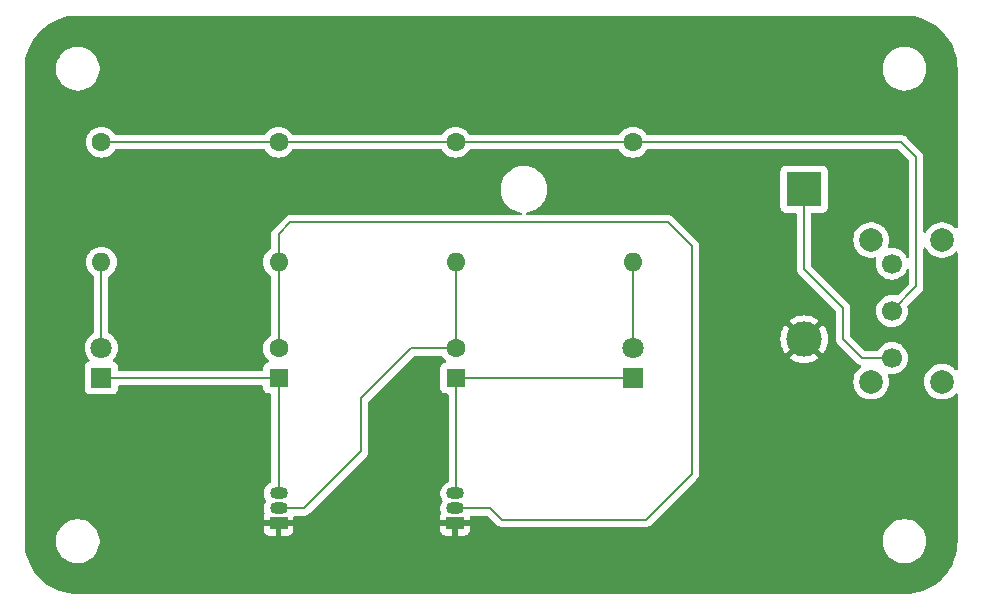
<source format=gtl>
%TF.GenerationSoftware,KiCad,Pcbnew,8.0.0*%
%TF.CreationDate,2024-07-24T00:08:36-04:00*%
%TF.ProjectId,led_blinky,6c65645f-626c-4696-9e6b-792e6b696361,rev?*%
%TF.SameCoordinates,Original*%
%TF.FileFunction,Copper,L1,Top*%
%TF.FilePolarity,Positive*%
%FSLAX46Y46*%
G04 Gerber Fmt 4.6, Leading zero omitted, Abs format (unit mm)*
G04 Created by KiCad (PCBNEW 8.0.0) date 2024-07-24 00:08:36*
%MOMM*%
%LPD*%
G01*
G04 APERTURE LIST*
%TA.AperFunction,ComponentPad*%
%ADD10C,1.700000*%
%TD*%
%TA.AperFunction,ComponentPad*%
%ADD11C,2.000000*%
%TD*%
%TA.AperFunction,ComponentPad*%
%ADD12R,1.500000X1.050000*%
%TD*%
%TA.AperFunction,ComponentPad*%
%ADD13O,1.500000X1.050000*%
%TD*%
%TA.AperFunction,ComponentPad*%
%ADD14C,1.800000*%
%TD*%
%TA.AperFunction,ComponentPad*%
%ADD15R,1.800000X1.800000*%
%TD*%
%TA.AperFunction,ComponentPad*%
%ADD16R,1.600000X1.600000*%
%TD*%
%TA.AperFunction,ComponentPad*%
%ADD17C,1.600000*%
%TD*%
%TA.AperFunction,ComponentPad*%
%ADD18O,1.600000X1.600000*%
%TD*%
%TA.AperFunction,ComponentPad*%
%ADD19C,3.000000*%
%TD*%
%TA.AperFunction,ComponentPad*%
%ADD20R,3.000000X3.000000*%
%TD*%
%TA.AperFunction,Conductor*%
%ADD21C,0.200000*%
%TD*%
G04 APERTURE END LIST*
D10*
%TO.P,SW1,3,C*%
%TO.N,unconnected-(SW1-C-Pad3)*%
X223925000Y-71500000D03*
%TO.P,SW1,2,B*%
%TO.N,VCC*%
X223925000Y-75500000D03*
%TO.P,SW1,1,A*%
%TO.N,Net-(BT1-+)*%
X223925000Y-79500000D03*
D11*
%TO.P,SW1,*%
%TO.N,*%
X228175000Y-69500000D03*
X222175000Y-69500000D03*
X228175000Y-81500000D03*
X222175000Y-81500000D03*
%TD*%
D12*
%TO.P,Q1,1,E*%
%TO.N,GND*%
X186950000Y-93500000D03*
D13*
%TO.P,Q1,2,B*%
%TO.N,Net-(Q1-B)*%
X186950000Y-92230000D03*
%TO.P,Q1,3,C*%
%TO.N,Net-(D1-K)*%
X186950000Y-90960000D03*
%TD*%
D12*
%TO.P,Q2,1,E*%
%TO.N,GND*%
X172000000Y-93500000D03*
D13*
%TO.P,Q2,2,B*%
%TO.N,Net-(Q2-B)*%
X172000000Y-92230000D03*
%TO.P,Q2,3,C*%
%TO.N,Net-(D2-K)*%
X172000000Y-90960000D03*
%TD*%
D14*
%TO.P,D1,2,A*%
%TO.N,Net-(D1-A)*%
X202000000Y-78635000D03*
D15*
%TO.P,D1,1,K*%
%TO.N,Net-(D1-K)*%
X202000000Y-81175000D03*
%TD*%
D16*
%TO.P,C2,1*%
%TO.N,Net-(D2-K)*%
X172000000Y-81182380D03*
D17*
%TO.P,C2,2*%
%TO.N,Net-(Q1-B)*%
X172000000Y-78682380D03*
%TD*%
D18*
%TO.P,R2,2*%
%TO.N,Net-(Q2-B)*%
X187000000Y-71380000D03*
D17*
%TO.P,R2,1*%
%TO.N,VCC*%
X187000000Y-61220000D03*
%TD*%
D15*
%TO.P,D2,1,K*%
%TO.N,Net-(D2-K)*%
X157000000Y-81175000D03*
D14*
%TO.P,D2,2,A*%
%TO.N,Net-(D2-A)*%
X157000000Y-78635000D03*
%TD*%
D18*
%TO.P,R1,2*%
%TO.N,Net-(D1-A)*%
X202000000Y-71380000D03*
D17*
%TO.P,R1,1*%
%TO.N,VCC*%
X202000000Y-61220000D03*
%TD*%
D18*
%TO.P,R4,2*%
%TO.N,Net-(D2-A)*%
X157000000Y-71380000D03*
D17*
%TO.P,R4,1*%
%TO.N,VCC*%
X157000000Y-61220000D03*
%TD*%
D16*
%TO.P,C1,1*%
%TO.N,Net-(D1-K)*%
X187000000Y-81182379D03*
D17*
%TO.P,C1,2*%
%TO.N,Net-(Q2-B)*%
X187000000Y-78682379D03*
%TD*%
%TO.P,R3,1*%
%TO.N,VCC*%
X172000000Y-61220000D03*
D18*
%TO.P,R3,2*%
%TO.N,Net-(Q1-B)*%
X172000000Y-71380000D03*
%TD*%
D19*
%TO.P,BT1,2,-*%
%TO.N,GND*%
X216500000Y-77900000D03*
D20*
%TO.P,BT1,1,+*%
%TO.N,Net-(BT1-+)*%
X216500000Y-65200000D03*
%TD*%
D21*
%TO.N,Net-(BT1-+)*%
X216500000Y-65200000D02*
X216500000Y-72000000D01*
X216500000Y-72000000D02*
X219800000Y-75300000D01*
X219800000Y-77900000D02*
X221400000Y-79500000D01*
X219800000Y-75300000D02*
X219800000Y-77900000D01*
X221400000Y-79500000D02*
X223925000Y-79500000D01*
%TO.N,Net-(Q1-B)*%
X186950000Y-92230000D02*
X189930000Y-92230000D01*
X207000000Y-70000000D02*
X205000000Y-68000000D01*
X189930000Y-92230000D02*
X190900000Y-93200000D01*
X190900000Y-93200000D02*
X203100000Y-93200000D01*
X172000000Y-69000000D02*
X172000000Y-71380000D01*
X203100000Y-93200000D02*
X207000000Y-89300000D01*
X207000000Y-89300000D02*
X207000000Y-70000000D01*
X173000000Y-68000000D02*
X172000000Y-69000000D01*
X205000000Y-68000000D02*
X173000000Y-68000000D01*
%TO.N,Net-(Q2-B)*%
X172000000Y-92230000D02*
X174170000Y-92230000D01*
X174170000Y-92230000D02*
X179000000Y-87400000D01*
X179000000Y-87400000D02*
X179000000Y-82900000D01*
X179000000Y-82900000D02*
X183217621Y-78682379D01*
X183217621Y-78682379D02*
X187000000Y-78682379D01*
%TO.N,Net-(D1-K)*%
X187000000Y-81182379D02*
X187000000Y-90910000D01*
X187000000Y-90910000D02*
X186950000Y-90960000D01*
%TO.N,Net-(D2-K)*%
X172000000Y-81182380D02*
X172000000Y-90960000D01*
%TO.N,VCC*%
X226000000Y-73425000D02*
X226000000Y-62500000D01*
X226000000Y-62500000D02*
X224720000Y-61220000D01*
X223925000Y-75500000D02*
X226000000Y-73425000D01*
X224720000Y-61220000D02*
X202000000Y-61220000D01*
%TO.N,GND*%
X187000000Y-93360000D02*
X186950000Y-93410000D01*
%TO.N,Net-(D1-K)*%
X187000000Y-81182379D02*
X201992621Y-81182379D01*
X201992621Y-81182379D02*
X202000000Y-81175000D01*
%TO.N,Net-(D2-K)*%
X172000000Y-81182380D02*
X157007380Y-81182380D01*
X157007380Y-81182380D02*
X157000000Y-81175000D01*
%TO.N,Net-(D1-A)*%
X202000000Y-71380000D02*
X202000000Y-78635000D01*
%TO.N,Net-(Q2-B)*%
X187000000Y-71380000D02*
X187000000Y-78682379D01*
%TO.N,Net-(Q1-B)*%
X172000000Y-71380000D02*
X172000000Y-78682380D01*
%TO.N,Net-(D2-A)*%
X157000000Y-71380000D02*
X157000000Y-78635000D01*
%TO.N,VCC*%
X202000000Y-61220000D02*
X187000000Y-61220000D01*
X172000000Y-61220000D02*
X187000000Y-61220000D01*
X157000000Y-61220000D02*
X172000000Y-61220000D01*
%TD*%
%TA.AperFunction,Conductor*%
%TO.N,GND*%
G36*
X225002702Y-50500617D02*
G01*
X225386771Y-50517386D01*
X225397506Y-50518326D01*
X225775971Y-50568152D01*
X225786597Y-50570025D01*
X226159284Y-50652648D01*
X226169710Y-50655442D01*
X226533765Y-50770227D01*
X226543911Y-50773920D01*
X226896578Y-50920000D01*
X226906369Y-50924566D01*
X227244942Y-51100816D01*
X227254310Y-51106224D01*
X227576244Y-51311318D01*
X227585105Y-51317523D01*
X227887930Y-51549889D01*
X227896217Y-51556843D01*
X228177635Y-51814715D01*
X228185284Y-51822364D01*
X228443156Y-52103782D01*
X228450110Y-52112069D01*
X228682476Y-52414894D01*
X228688681Y-52423755D01*
X228893775Y-52745689D01*
X228899183Y-52755057D01*
X229075430Y-53093623D01*
X229080002Y-53103427D01*
X229226075Y-53456078D01*
X229229775Y-53466244D01*
X229344554Y-53830278D01*
X229347354Y-53840727D01*
X229429971Y-54213389D01*
X229431849Y-54224042D01*
X229481671Y-54602473D01*
X229482614Y-54613249D01*
X229499382Y-54997297D01*
X229499500Y-55002706D01*
X229499500Y-68405530D01*
X229479815Y-68472569D01*
X229427011Y-68518324D01*
X229357853Y-68528268D01*
X229294297Y-68499243D01*
X229284271Y-68489513D01*
X229194747Y-68392265D01*
X229194744Y-68392262D01*
X228998506Y-68239524D01*
X228779811Y-68121172D01*
X228779802Y-68121169D01*
X228544616Y-68040429D01*
X228299335Y-67999500D01*
X228050665Y-67999500D01*
X227805383Y-68040429D01*
X227570197Y-68121169D01*
X227570188Y-68121172D01*
X227351493Y-68239524D01*
X227155257Y-68392261D01*
X226986833Y-68575217D01*
X226850827Y-68783391D01*
X226838056Y-68812508D01*
X226793100Y-68865993D01*
X226726363Y-68886683D01*
X226659036Y-68868008D01*
X226612492Y-68815898D01*
X226600500Y-68762697D01*
X226600500Y-62420945D01*
X226600500Y-62420943D01*
X226559577Y-62268216D01*
X226531766Y-62220045D01*
X226480524Y-62131290D01*
X226480521Y-62131286D01*
X226480520Y-62131284D01*
X226368716Y-62019480D01*
X226368715Y-62019479D01*
X226364385Y-62015149D01*
X226364374Y-62015139D01*
X225207590Y-60858355D01*
X225207588Y-60858352D01*
X225088717Y-60739481D01*
X225088716Y-60739480D01*
X225001904Y-60689360D01*
X225001904Y-60689359D01*
X225001900Y-60689358D01*
X224951785Y-60660423D01*
X224799057Y-60619499D01*
X224640943Y-60619499D01*
X224633347Y-60619499D01*
X224633331Y-60619500D01*
X203231692Y-60619500D01*
X203164653Y-60599815D01*
X203130119Y-60566625D01*
X203000047Y-60380861D01*
X203000045Y-60380858D01*
X202839141Y-60219954D01*
X202652734Y-60089432D01*
X202652732Y-60089431D01*
X202446497Y-59993261D01*
X202446488Y-59993258D01*
X202226697Y-59934366D01*
X202226693Y-59934365D01*
X202226692Y-59934365D01*
X202226691Y-59934364D01*
X202226686Y-59934364D01*
X202000002Y-59914532D01*
X201999998Y-59914532D01*
X201773313Y-59934364D01*
X201773302Y-59934366D01*
X201553511Y-59993258D01*
X201553502Y-59993261D01*
X201347267Y-60089431D01*
X201347265Y-60089432D01*
X201160858Y-60219954D01*
X200999954Y-60380858D01*
X200923450Y-60490118D01*
X200869881Y-60566624D01*
X200815307Y-60610248D01*
X200768308Y-60619500D01*
X188231692Y-60619500D01*
X188164653Y-60599815D01*
X188130119Y-60566625D01*
X188000047Y-60380861D01*
X188000045Y-60380858D01*
X187839141Y-60219954D01*
X187652734Y-60089432D01*
X187652732Y-60089431D01*
X187446497Y-59993261D01*
X187446488Y-59993258D01*
X187226697Y-59934366D01*
X187226693Y-59934365D01*
X187226692Y-59934365D01*
X187226691Y-59934364D01*
X187226686Y-59934364D01*
X187000002Y-59914532D01*
X186999998Y-59914532D01*
X186773313Y-59934364D01*
X186773302Y-59934366D01*
X186553511Y-59993258D01*
X186553502Y-59993261D01*
X186347267Y-60089431D01*
X186347265Y-60089432D01*
X186160858Y-60219954D01*
X185999954Y-60380858D01*
X185923450Y-60490118D01*
X185869881Y-60566624D01*
X185815307Y-60610248D01*
X185768308Y-60619500D01*
X173231692Y-60619500D01*
X173164653Y-60599815D01*
X173130119Y-60566625D01*
X173000047Y-60380861D01*
X173000045Y-60380858D01*
X172839141Y-60219954D01*
X172652734Y-60089432D01*
X172652732Y-60089431D01*
X172446497Y-59993261D01*
X172446488Y-59993258D01*
X172226697Y-59934366D01*
X172226693Y-59934365D01*
X172226692Y-59934365D01*
X172226691Y-59934364D01*
X172226686Y-59934364D01*
X172000002Y-59914532D01*
X171999998Y-59914532D01*
X171773313Y-59934364D01*
X171773302Y-59934366D01*
X171553511Y-59993258D01*
X171553502Y-59993261D01*
X171347267Y-60089431D01*
X171347265Y-60089432D01*
X171160858Y-60219954D01*
X170999954Y-60380858D01*
X170923450Y-60490118D01*
X170869881Y-60566624D01*
X170815307Y-60610248D01*
X170768308Y-60619500D01*
X158231692Y-60619500D01*
X158164653Y-60599815D01*
X158130119Y-60566625D01*
X158000047Y-60380861D01*
X158000045Y-60380858D01*
X157839141Y-60219954D01*
X157652734Y-60089432D01*
X157652732Y-60089431D01*
X157446497Y-59993261D01*
X157446488Y-59993258D01*
X157226697Y-59934366D01*
X157226693Y-59934365D01*
X157226692Y-59934365D01*
X157226691Y-59934364D01*
X157226686Y-59934364D01*
X157000002Y-59914532D01*
X156999998Y-59914532D01*
X156773313Y-59934364D01*
X156773302Y-59934366D01*
X156553511Y-59993258D01*
X156553502Y-59993261D01*
X156347267Y-60089431D01*
X156347265Y-60089432D01*
X156160858Y-60219954D01*
X155999954Y-60380858D01*
X155869432Y-60567265D01*
X155869431Y-60567267D01*
X155773261Y-60773502D01*
X155773258Y-60773511D01*
X155714366Y-60993302D01*
X155714364Y-60993313D01*
X155694532Y-61219998D01*
X155694532Y-61220001D01*
X155714364Y-61446686D01*
X155714366Y-61446697D01*
X155773258Y-61666488D01*
X155773261Y-61666497D01*
X155869431Y-61872732D01*
X155869432Y-61872734D01*
X155999954Y-62059141D01*
X156160858Y-62220045D01*
X156160861Y-62220047D01*
X156347266Y-62350568D01*
X156553504Y-62446739D01*
X156773308Y-62505635D01*
X156935230Y-62519801D01*
X156999998Y-62525468D01*
X157000000Y-62525468D01*
X157000002Y-62525468D01*
X157056673Y-62520509D01*
X157226692Y-62505635D01*
X157446496Y-62446739D01*
X157652734Y-62350568D01*
X157839139Y-62220047D01*
X158000047Y-62059139D01*
X158130118Y-61873375D01*
X158184693Y-61829752D01*
X158231692Y-61820500D01*
X170768308Y-61820500D01*
X170835347Y-61840185D01*
X170869880Y-61873374D01*
X170955480Y-61995624D01*
X170999954Y-62059141D01*
X171160858Y-62220045D01*
X171160861Y-62220047D01*
X171347266Y-62350568D01*
X171553504Y-62446739D01*
X171773308Y-62505635D01*
X171935230Y-62519801D01*
X171999998Y-62525468D01*
X172000000Y-62525468D01*
X172000002Y-62525468D01*
X172056673Y-62520509D01*
X172226692Y-62505635D01*
X172446496Y-62446739D01*
X172652734Y-62350568D01*
X172839139Y-62220047D01*
X173000047Y-62059139D01*
X173130118Y-61873375D01*
X173184693Y-61829752D01*
X173231692Y-61820500D01*
X185768308Y-61820500D01*
X185835347Y-61840185D01*
X185869880Y-61873374D01*
X185955480Y-61995624D01*
X185999954Y-62059141D01*
X186160858Y-62220045D01*
X186160861Y-62220047D01*
X186347266Y-62350568D01*
X186553504Y-62446739D01*
X186773308Y-62505635D01*
X186935230Y-62519801D01*
X186999998Y-62525468D01*
X187000000Y-62525468D01*
X187000002Y-62525468D01*
X187056673Y-62520509D01*
X187226692Y-62505635D01*
X187446496Y-62446739D01*
X187652734Y-62350568D01*
X187839139Y-62220047D01*
X188000047Y-62059139D01*
X188130118Y-61873375D01*
X188184693Y-61829752D01*
X188231692Y-61820500D01*
X200768308Y-61820500D01*
X200835347Y-61840185D01*
X200869880Y-61873374D01*
X200955480Y-61995624D01*
X200999954Y-62059141D01*
X201160858Y-62220045D01*
X201160861Y-62220047D01*
X201347266Y-62350568D01*
X201553504Y-62446739D01*
X201773308Y-62505635D01*
X201935230Y-62519801D01*
X201999998Y-62525468D01*
X202000000Y-62525468D01*
X202000002Y-62525468D01*
X202056673Y-62520509D01*
X202226692Y-62505635D01*
X202446496Y-62446739D01*
X202652734Y-62350568D01*
X202839139Y-62220047D01*
X203000047Y-62059139D01*
X203130118Y-61873375D01*
X203184693Y-61829752D01*
X203231692Y-61820500D01*
X224419903Y-61820500D01*
X224486942Y-61840185D01*
X224507584Y-61856819D01*
X225363181Y-62712416D01*
X225396666Y-62773739D01*
X225399500Y-62800097D01*
X225399500Y-70907191D01*
X225379815Y-70974230D01*
X225327011Y-71019985D01*
X225257853Y-71029929D01*
X225194297Y-71000904D01*
X225163118Y-70959596D01*
X225099035Y-70822171D01*
X225099034Y-70822169D01*
X224963494Y-70628597D01*
X224796402Y-70461506D01*
X224796395Y-70461501D01*
X224602834Y-70325967D01*
X224602830Y-70325965D01*
X224490831Y-70273739D01*
X224388663Y-70226097D01*
X224388659Y-70226096D01*
X224388655Y-70226094D01*
X224160413Y-70164938D01*
X224160403Y-70164936D01*
X223925001Y-70144341D01*
X223924999Y-70144341D01*
X223723537Y-70161967D01*
X223655037Y-70148200D01*
X223604853Y-70099585D01*
X223588920Y-70031557D01*
X223597915Y-69993906D01*
X223597399Y-69993729D01*
X223599062Y-69988885D01*
X223654943Y-69768216D01*
X223660108Y-69747821D01*
X223662571Y-69718095D01*
X223680643Y-69500005D01*
X223680643Y-69499994D01*
X223660109Y-69252187D01*
X223660107Y-69252175D01*
X223599063Y-69011118D01*
X223499173Y-68783393D01*
X223363166Y-68575217D01*
X223311856Y-68519480D01*
X223194744Y-68392262D01*
X222998509Y-68239526D01*
X222998507Y-68239525D01*
X222998506Y-68239524D01*
X222779811Y-68121172D01*
X222779802Y-68121169D01*
X222544616Y-68040429D01*
X222299335Y-67999500D01*
X222050665Y-67999500D01*
X221805383Y-68040429D01*
X221570197Y-68121169D01*
X221570188Y-68121172D01*
X221351493Y-68239524D01*
X221155257Y-68392261D01*
X220986833Y-68575217D01*
X220850826Y-68783393D01*
X220750936Y-69011118D01*
X220689892Y-69252175D01*
X220689890Y-69252187D01*
X220669357Y-69499994D01*
X220669357Y-69500005D01*
X220689890Y-69747812D01*
X220689892Y-69747824D01*
X220750936Y-69988881D01*
X220850826Y-70216606D01*
X220986833Y-70424782D01*
X220986836Y-70424785D01*
X221155256Y-70607738D01*
X221351491Y-70760474D01*
X221570190Y-70878828D01*
X221805386Y-70959571D01*
X222050665Y-71000500D01*
X222299334Y-71000500D01*
X222299335Y-71000500D01*
X222487560Y-70969091D01*
X222556923Y-70977473D01*
X222610746Y-71022026D01*
X222631936Y-71088604D01*
X222627743Y-71123492D01*
X222589939Y-71264583D01*
X222589936Y-71264596D01*
X222569341Y-71499999D01*
X222569341Y-71500000D01*
X222589936Y-71735403D01*
X222589938Y-71735413D01*
X222651094Y-71963655D01*
X222651096Y-71963659D01*
X222651097Y-71963663D01*
X222750965Y-72177830D01*
X222750967Y-72177834D01*
X222793309Y-72238304D01*
X222886505Y-72371401D01*
X223053599Y-72538495D01*
X223062394Y-72544653D01*
X223247165Y-72674032D01*
X223247167Y-72674033D01*
X223247170Y-72674035D01*
X223461337Y-72773903D01*
X223689592Y-72835063D01*
X223877918Y-72851539D01*
X223924999Y-72855659D01*
X223925000Y-72855659D01*
X223925001Y-72855659D01*
X223964234Y-72852226D01*
X224160408Y-72835063D01*
X224388663Y-72773903D01*
X224602830Y-72674035D01*
X224796401Y-72538495D01*
X224963495Y-72371401D01*
X225099035Y-72177830D01*
X225163118Y-72040401D01*
X225209290Y-71987964D01*
X225276484Y-71968812D01*
X225343365Y-71989028D01*
X225388699Y-72042193D01*
X225399500Y-72092808D01*
X225399500Y-73124902D01*
X225379815Y-73191941D01*
X225363181Y-73212583D01*
X224408530Y-74167233D01*
X224347207Y-74200718D01*
X224288756Y-74199327D01*
X224160413Y-74164938D01*
X224160403Y-74164936D01*
X223925001Y-74144341D01*
X223924999Y-74144341D01*
X223689596Y-74164936D01*
X223689586Y-74164938D01*
X223461344Y-74226094D01*
X223461335Y-74226098D01*
X223247171Y-74325964D01*
X223247169Y-74325965D01*
X223053597Y-74461505D01*
X222886505Y-74628597D01*
X222750965Y-74822169D01*
X222750964Y-74822171D01*
X222651098Y-75036335D01*
X222651094Y-75036344D01*
X222589938Y-75264586D01*
X222589936Y-75264596D01*
X222569341Y-75499999D01*
X222569341Y-75500000D01*
X222589936Y-75735403D01*
X222589938Y-75735413D01*
X222651094Y-75963655D01*
X222651096Y-75963659D01*
X222651097Y-75963663D01*
X222656901Y-75976109D01*
X222750965Y-76177830D01*
X222750967Y-76177834D01*
X222850431Y-76319882D01*
X222886505Y-76371401D01*
X223053599Y-76538495D01*
X223150384Y-76606265D01*
X223247165Y-76674032D01*
X223247167Y-76674033D01*
X223247170Y-76674035D01*
X223461337Y-76773903D01*
X223689592Y-76835063D01*
X223877918Y-76851539D01*
X223924999Y-76855659D01*
X223925000Y-76855659D01*
X223925001Y-76855659D01*
X223964234Y-76852226D01*
X224160408Y-76835063D01*
X224388663Y-76773903D01*
X224602830Y-76674035D01*
X224796401Y-76538495D01*
X224963495Y-76371401D01*
X225099035Y-76177830D01*
X225198903Y-75963663D01*
X225260063Y-75735408D01*
X225280659Y-75500000D01*
X225260063Y-75264592D01*
X225225671Y-75136239D01*
X225227334Y-75066393D01*
X225257763Y-75016470D01*
X226368713Y-73905521D01*
X226368716Y-73905520D01*
X226480520Y-73793716D01*
X226530639Y-73706904D01*
X226559577Y-73656785D01*
X226600500Y-73504057D01*
X226600500Y-73345943D01*
X226600500Y-70237302D01*
X226620185Y-70170263D01*
X226672989Y-70124508D01*
X226742147Y-70114564D01*
X226805703Y-70143589D01*
X226838056Y-70187493D01*
X226850825Y-70216604D01*
X226986833Y-70424782D01*
X226986836Y-70424785D01*
X227155256Y-70607738D01*
X227351491Y-70760474D01*
X227570190Y-70878828D01*
X227805386Y-70959571D01*
X228050665Y-71000500D01*
X228299335Y-71000500D01*
X228544614Y-70959571D01*
X228779810Y-70878828D01*
X228998509Y-70760474D01*
X229194744Y-70607738D01*
X229284271Y-70510485D01*
X229344157Y-70474496D01*
X229413995Y-70476596D01*
X229471611Y-70516120D01*
X229498713Y-70580519D01*
X229499500Y-70594469D01*
X229499500Y-80405530D01*
X229479815Y-80472569D01*
X229427011Y-80518324D01*
X229357853Y-80528268D01*
X229294297Y-80499243D01*
X229284271Y-80489513D01*
X229194747Y-80392265D01*
X229194744Y-80392262D01*
X229070171Y-80295303D01*
X228998509Y-80239526D01*
X228998507Y-80239525D01*
X228998506Y-80239524D01*
X228779811Y-80121172D01*
X228779802Y-80121169D01*
X228544616Y-80040429D01*
X228299335Y-79999500D01*
X228050665Y-79999500D01*
X227805383Y-80040429D01*
X227570197Y-80121169D01*
X227570188Y-80121172D01*
X227351493Y-80239524D01*
X227155257Y-80392261D01*
X226986833Y-80575217D01*
X226850826Y-80783393D01*
X226750936Y-81011118D01*
X226689892Y-81252175D01*
X226689890Y-81252187D01*
X226669357Y-81499994D01*
X226669357Y-81500005D01*
X226689890Y-81747812D01*
X226689892Y-81747824D01*
X226750936Y-81988881D01*
X226850826Y-82216606D01*
X226986833Y-82424782D01*
X226993980Y-82432546D01*
X227155256Y-82607738D01*
X227351491Y-82760474D01*
X227570190Y-82878828D01*
X227805386Y-82959571D01*
X228050665Y-83000500D01*
X228299335Y-83000500D01*
X228544614Y-82959571D01*
X228779810Y-82878828D01*
X228998509Y-82760474D01*
X229194744Y-82607738D01*
X229284271Y-82510485D01*
X229344157Y-82474496D01*
X229413995Y-82476596D01*
X229471611Y-82516120D01*
X229498713Y-82580519D01*
X229499500Y-82594469D01*
X229499500Y-94997293D01*
X229499382Y-95002702D01*
X229482614Y-95386750D01*
X229481671Y-95397526D01*
X229431849Y-95775957D01*
X229429971Y-95786610D01*
X229347354Y-96159272D01*
X229344554Y-96169721D01*
X229229775Y-96533755D01*
X229226075Y-96543921D01*
X229080002Y-96896572D01*
X229075430Y-96906376D01*
X228899183Y-97244942D01*
X228893775Y-97254310D01*
X228688681Y-97576244D01*
X228682476Y-97585105D01*
X228450110Y-97887930D01*
X228443156Y-97896217D01*
X228185284Y-98177635D01*
X228177635Y-98185284D01*
X227896217Y-98443156D01*
X227887930Y-98450110D01*
X227585105Y-98682476D01*
X227576244Y-98688681D01*
X227254310Y-98893775D01*
X227244942Y-98899183D01*
X226906376Y-99075430D01*
X226896572Y-99080002D01*
X226543921Y-99226075D01*
X226533755Y-99229775D01*
X226169721Y-99344554D01*
X226159272Y-99347354D01*
X225786610Y-99429971D01*
X225775957Y-99431849D01*
X225397526Y-99481671D01*
X225386750Y-99482614D01*
X225002703Y-99499382D01*
X224997294Y-99499500D01*
X155002706Y-99499500D01*
X154997297Y-99499382D01*
X154613249Y-99482614D01*
X154602473Y-99481671D01*
X154224042Y-99431849D01*
X154213389Y-99429971D01*
X153840727Y-99347354D01*
X153830278Y-99344554D01*
X153466244Y-99229775D01*
X153456078Y-99226075D01*
X153103427Y-99080002D01*
X153093623Y-99075430D01*
X152755057Y-98899183D01*
X152745689Y-98893775D01*
X152423755Y-98688681D01*
X152414894Y-98682476D01*
X152112069Y-98450110D01*
X152103782Y-98443156D01*
X151822364Y-98185284D01*
X151814715Y-98177635D01*
X151556843Y-97896217D01*
X151549889Y-97887930D01*
X151317523Y-97585105D01*
X151311318Y-97576244D01*
X151106224Y-97254310D01*
X151100816Y-97244942D01*
X150924569Y-96906376D01*
X150919997Y-96896572D01*
X150773920Y-96543911D01*
X150770224Y-96533755D01*
X150655442Y-96169710D01*
X150652648Y-96159284D01*
X150570025Y-95786597D01*
X150568152Y-95775971D01*
X150518326Y-95397506D01*
X150517386Y-95386771D01*
X150505795Y-95121288D01*
X153149500Y-95121288D01*
X153181161Y-95361785D01*
X153243947Y-95596104D01*
X153336773Y-95820205D01*
X153336776Y-95820212D01*
X153458064Y-96030289D01*
X153458066Y-96030292D01*
X153458067Y-96030293D01*
X153605733Y-96222736D01*
X153605739Y-96222743D01*
X153777256Y-96394260D01*
X153777262Y-96394265D01*
X153969711Y-96541936D01*
X154179788Y-96663224D01*
X154403900Y-96756054D01*
X154638211Y-96818838D01*
X154818586Y-96842584D01*
X154878711Y-96850500D01*
X154878712Y-96850500D01*
X155121289Y-96850500D01*
X155169388Y-96844167D01*
X155361789Y-96818838D01*
X155596100Y-96756054D01*
X155820212Y-96663224D01*
X156030289Y-96541936D01*
X156222738Y-96394265D01*
X156394265Y-96222738D01*
X156541936Y-96030289D01*
X156663224Y-95820212D01*
X156756054Y-95596100D01*
X156818838Y-95361789D01*
X156850500Y-95121288D01*
X223149500Y-95121288D01*
X223181161Y-95361785D01*
X223243947Y-95596104D01*
X223336773Y-95820205D01*
X223336776Y-95820212D01*
X223458064Y-96030289D01*
X223458066Y-96030292D01*
X223458067Y-96030293D01*
X223605733Y-96222736D01*
X223605739Y-96222743D01*
X223777256Y-96394260D01*
X223777262Y-96394265D01*
X223969711Y-96541936D01*
X224179788Y-96663224D01*
X224403900Y-96756054D01*
X224638211Y-96818838D01*
X224818586Y-96842584D01*
X224878711Y-96850500D01*
X224878712Y-96850500D01*
X225121289Y-96850500D01*
X225169388Y-96844167D01*
X225361789Y-96818838D01*
X225596100Y-96756054D01*
X225820212Y-96663224D01*
X226030289Y-96541936D01*
X226222738Y-96394265D01*
X226394265Y-96222738D01*
X226541936Y-96030289D01*
X226663224Y-95820212D01*
X226756054Y-95596100D01*
X226818838Y-95361789D01*
X226850500Y-95121288D01*
X226850500Y-94878712D01*
X226818838Y-94638211D01*
X226756054Y-94403900D01*
X226663224Y-94179788D01*
X226541936Y-93969711D01*
X226412096Y-93800500D01*
X226394266Y-93777263D01*
X226394260Y-93777256D01*
X226222743Y-93605739D01*
X226222736Y-93605733D01*
X226030293Y-93458067D01*
X226030292Y-93458066D01*
X226030289Y-93458064D01*
X225820212Y-93336776D01*
X225820205Y-93336773D01*
X225596104Y-93243947D01*
X225361785Y-93181161D01*
X225121289Y-93149500D01*
X225121288Y-93149500D01*
X224878712Y-93149500D01*
X224878711Y-93149500D01*
X224638214Y-93181161D01*
X224403895Y-93243947D01*
X224179794Y-93336773D01*
X224179785Y-93336777D01*
X223969706Y-93458067D01*
X223777263Y-93605733D01*
X223777256Y-93605739D01*
X223605739Y-93777256D01*
X223605733Y-93777263D01*
X223458067Y-93969706D01*
X223336777Y-94179785D01*
X223336773Y-94179794D01*
X223243947Y-94403895D01*
X223181161Y-94638214D01*
X223149500Y-94878711D01*
X223149500Y-95121288D01*
X156850500Y-95121288D01*
X156850500Y-94878712D01*
X156818838Y-94638211D01*
X156756054Y-94403900D01*
X156663224Y-94179788D01*
X156541936Y-93969711D01*
X156412096Y-93800500D01*
X156394266Y-93777263D01*
X156394260Y-93777256D01*
X156222743Y-93605739D01*
X156222736Y-93605733D01*
X156030293Y-93458067D01*
X156030292Y-93458066D01*
X156030289Y-93458064D01*
X155820212Y-93336776D01*
X155820205Y-93336773D01*
X155596104Y-93243947D01*
X155361785Y-93181161D01*
X155121289Y-93149500D01*
X155121288Y-93149500D01*
X154878712Y-93149500D01*
X154878711Y-93149500D01*
X154638214Y-93181161D01*
X154403895Y-93243947D01*
X154179794Y-93336773D01*
X154179785Y-93336777D01*
X153969706Y-93458067D01*
X153777263Y-93605733D01*
X153777256Y-93605739D01*
X153605739Y-93777256D01*
X153605733Y-93777263D01*
X153458067Y-93969706D01*
X153336777Y-94179785D01*
X153336773Y-94179794D01*
X153243947Y-94403895D01*
X153181161Y-94638214D01*
X153149500Y-94878711D01*
X153149500Y-95121288D01*
X150505795Y-95121288D01*
X150500618Y-95002702D01*
X150500500Y-94997293D01*
X150500500Y-78635006D01*
X155594700Y-78635006D01*
X155613864Y-78866297D01*
X155613866Y-78866308D01*
X155670842Y-79091300D01*
X155764075Y-79303848D01*
X155891016Y-79498147D01*
X155891019Y-79498151D01*
X155891021Y-79498153D01*
X155985803Y-79601114D01*
X156016724Y-79663767D01*
X156008864Y-79733193D01*
X155964716Y-79787348D01*
X155937906Y-79801277D01*
X155857669Y-79831203D01*
X155857664Y-79831206D01*
X155742455Y-79917452D01*
X155742452Y-79917455D01*
X155656206Y-80032664D01*
X155656202Y-80032671D01*
X155605908Y-80167517D01*
X155599501Y-80227116D01*
X155599501Y-80227123D01*
X155599500Y-80227135D01*
X155599500Y-82122870D01*
X155599501Y-82122876D01*
X155605908Y-82182483D01*
X155656202Y-82317328D01*
X155656206Y-82317335D01*
X155742452Y-82432544D01*
X155742455Y-82432547D01*
X155857664Y-82518793D01*
X155857671Y-82518797D01*
X155992517Y-82569091D01*
X155992516Y-82569091D01*
X155999444Y-82569835D01*
X156052127Y-82575500D01*
X157947872Y-82575499D01*
X158007483Y-82569091D01*
X158142331Y-82518796D01*
X158257546Y-82432546D01*
X158343796Y-82317331D01*
X158394091Y-82182483D01*
X158400500Y-82122873D01*
X158400500Y-81906879D01*
X158420185Y-81839841D01*
X158472989Y-81794086D01*
X158524500Y-81782880D01*
X170575501Y-81782880D01*
X170642540Y-81802565D01*
X170688295Y-81855369D01*
X170699501Y-81906880D01*
X170699501Y-82030256D01*
X170705908Y-82089863D01*
X170756202Y-82224708D01*
X170756206Y-82224715D01*
X170842452Y-82339924D01*
X170842455Y-82339927D01*
X170957664Y-82426173D01*
X170957671Y-82426177D01*
X171002618Y-82442941D01*
X171092517Y-82476471D01*
X171152127Y-82482880D01*
X171275500Y-82482879D01*
X171342539Y-82502563D01*
X171388294Y-82555367D01*
X171399500Y-82606879D01*
X171399500Y-89922689D01*
X171379815Y-89989728D01*
X171327011Y-90035483D01*
X171322955Y-90037249D01*
X171289249Y-90051211D01*
X171289237Y-90051217D01*
X171121281Y-90163441D01*
X170978441Y-90306281D01*
X170866217Y-90474237D01*
X170866212Y-90474247D01*
X170788909Y-90660872D01*
X170788907Y-90660880D01*
X170749500Y-90858992D01*
X170749500Y-91061007D01*
X170788907Y-91259119D01*
X170788909Y-91259127D01*
X170866213Y-91445755D01*
X170919904Y-91526109D01*
X170940782Y-91592787D01*
X170922297Y-91660167D01*
X170919904Y-91663891D01*
X170866213Y-91744244D01*
X170788909Y-91930872D01*
X170788907Y-91930880D01*
X170749500Y-92128992D01*
X170749500Y-92331007D01*
X170788907Y-92529119D01*
X170788910Y-92529131D01*
X170822547Y-92610338D01*
X170830016Y-92679807D01*
X170810405Y-92724864D01*
X170810895Y-92725132D01*
X170807910Y-92730596D01*
X170807260Y-92732092D01*
X170806646Y-92732911D01*
X170806645Y-92732913D01*
X170756403Y-92867620D01*
X170756401Y-92867627D01*
X170750000Y-92927155D01*
X170750000Y-93250000D01*
X171634134Y-93250000D01*
X171658326Y-93252383D01*
X171661123Y-93252939D01*
X171673995Y-93255499D01*
X171673996Y-93255500D01*
X171673997Y-93255500D01*
X171714170Y-93255500D01*
X171699925Y-93269745D01*
X171650556Y-93355255D01*
X171625000Y-93450630D01*
X171625000Y-93549370D01*
X171650556Y-93644745D01*
X171699925Y-93730255D01*
X171719670Y-93750000D01*
X170750000Y-93750000D01*
X170750000Y-94072844D01*
X170756401Y-94132372D01*
X170756403Y-94132379D01*
X170806645Y-94267086D01*
X170806649Y-94267093D01*
X170892809Y-94382187D01*
X170892812Y-94382190D01*
X171007906Y-94468350D01*
X171007913Y-94468354D01*
X171142620Y-94518596D01*
X171142627Y-94518598D01*
X171202155Y-94524999D01*
X171202172Y-94525000D01*
X171750000Y-94525000D01*
X171750000Y-93780330D01*
X171769745Y-93800075D01*
X171855255Y-93849444D01*
X171950630Y-93875000D01*
X172049370Y-93875000D01*
X172144745Y-93849444D01*
X172230255Y-93800075D01*
X172250000Y-93780330D01*
X172250000Y-94525000D01*
X172797828Y-94525000D01*
X172797844Y-94524999D01*
X172857372Y-94518598D01*
X172857379Y-94518596D01*
X172992086Y-94468354D01*
X172992093Y-94468350D01*
X173107187Y-94382190D01*
X173107190Y-94382187D01*
X173193350Y-94267093D01*
X173193354Y-94267086D01*
X173243596Y-94132379D01*
X173243598Y-94132372D01*
X173249999Y-94072844D01*
X173250000Y-94072827D01*
X173250000Y-93750000D01*
X172280330Y-93750000D01*
X172300075Y-93730255D01*
X172349444Y-93644745D01*
X172375000Y-93549370D01*
X172375000Y-93450630D01*
X172349444Y-93355255D01*
X172300075Y-93269745D01*
X172285830Y-93255500D01*
X172326004Y-93255500D01*
X172326004Y-93255499D01*
X172339473Y-93252820D01*
X172341674Y-93252383D01*
X172365866Y-93250000D01*
X173250000Y-93250000D01*
X173250000Y-92954500D01*
X173269685Y-92887461D01*
X173322489Y-92841706D01*
X173374000Y-92830500D01*
X174083331Y-92830500D01*
X174083347Y-92830501D01*
X174090943Y-92830501D01*
X174249054Y-92830501D01*
X174249057Y-92830501D01*
X174401785Y-92789577D01*
X174451904Y-92760639D01*
X174538716Y-92710520D01*
X174650520Y-92598716D01*
X174650520Y-92598714D01*
X174660728Y-92588507D01*
X174660729Y-92588504D01*
X179480520Y-87768716D01*
X179559577Y-87631784D01*
X179600501Y-87479057D01*
X179600501Y-87320942D01*
X179600501Y-87313347D01*
X179600500Y-87313329D01*
X179600500Y-83200097D01*
X179620185Y-83133058D01*
X179636819Y-83112416D01*
X183430037Y-79319198D01*
X183491360Y-79285713D01*
X183517718Y-79282879D01*
X185768308Y-79282879D01*
X185835347Y-79302564D01*
X185869880Y-79335753D01*
X185955480Y-79458003D01*
X185999954Y-79521520D01*
X186157086Y-79678652D01*
X186190571Y-79739975D01*
X186185587Y-79809667D01*
X186143715Y-79865600D01*
X186097932Y-79887007D01*
X186092522Y-79888285D01*
X185957671Y-79938581D01*
X185957664Y-79938585D01*
X185842455Y-80024831D01*
X185842452Y-80024834D01*
X185756206Y-80140043D01*
X185756202Y-80140050D01*
X185705908Y-80274896D01*
X185699501Y-80334495D01*
X185699501Y-80334503D01*
X185699500Y-80334514D01*
X185699500Y-82030249D01*
X185699501Y-82030255D01*
X185705908Y-82089862D01*
X185756202Y-82224707D01*
X185756206Y-82224714D01*
X185842452Y-82339923D01*
X185842455Y-82339926D01*
X185957664Y-82426172D01*
X185957671Y-82426176D01*
X185974753Y-82432547D01*
X186092517Y-82476470D01*
X186152127Y-82482879D01*
X186275500Y-82482878D01*
X186342539Y-82502562D01*
X186388294Y-82555366D01*
X186399500Y-82606878D01*
X186399500Y-89901979D01*
X186379815Y-89969018D01*
X186327011Y-90014773D01*
X186322953Y-90016540D01*
X186239247Y-90051212D01*
X186239237Y-90051217D01*
X186071281Y-90163441D01*
X185928441Y-90306281D01*
X185816217Y-90474237D01*
X185816212Y-90474247D01*
X185738909Y-90660872D01*
X185738907Y-90660880D01*
X185699500Y-90858992D01*
X185699500Y-91061007D01*
X185738907Y-91259119D01*
X185738909Y-91259127D01*
X185816213Y-91445755D01*
X185869904Y-91526109D01*
X185890782Y-91592787D01*
X185872297Y-91660167D01*
X185869904Y-91663891D01*
X185816213Y-91744244D01*
X185738909Y-91930872D01*
X185738907Y-91930880D01*
X185699500Y-92128992D01*
X185699500Y-92331007D01*
X185738907Y-92529119D01*
X185738910Y-92529131D01*
X185772547Y-92610338D01*
X185780016Y-92679807D01*
X185760405Y-92724864D01*
X185760895Y-92725132D01*
X185757910Y-92730596D01*
X185757260Y-92732092D01*
X185756646Y-92732911D01*
X185756645Y-92732913D01*
X185706403Y-92867620D01*
X185706401Y-92867627D01*
X185700000Y-92927155D01*
X185700000Y-93250000D01*
X186584134Y-93250000D01*
X186608326Y-93252383D01*
X186611123Y-93252939D01*
X186623995Y-93255499D01*
X186623996Y-93255500D01*
X186623997Y-93255500D01*
X186664170Y-93255500D01*
X186649925Y-93269745D01*
X186600556Y-93355255D01*
X186575000Y-93450630D01*
X186575000Y-93549370D01*
X186600556Y-93644745D01*
X186649925Y-93730255D01*
X186669670Y-93750000D01*
X185700000Y-93750000D01*
X185700000Y-94072844D01*
X185706401Y-94132372D01*
X185706403Y-94132379D01*
X185756645Y-94267086D01*
X185756649Y-94267093D01*
X185842809Y-94382187D01*
X185842812Y-94382190D01*
X185957906Y-94468350D01*
X185957913Y-94468354D01*
X186092620Y-94518596D01*
X186092627Y-94518598D01*
X186152155Y-94524999D01*
X186152172Y-94525000D01*
X186700000Y-94525000D01*
X186700000Y-93780330D01*
X186719745Y-93800075D01*
X186805255Y-93849444D01*
X186900630Y-93875000D01*
X186999370Y-93875000D01*
X187094745Y-93849444D01*
X187180255Y-93800075D01*
X187200000Y-93780330D01*
X187200000Y-94525000D01*
X187747828Y-94525000D01*
X187747844Y-94524999D01*
X187807372Y-94518598D01*
X187807379Y-94518596D01*
X187942086Y-94468354D01*
X187942093Y-94468350D01*
X188057187Y-94382190D01*
X188057190Y-94382187D01*
X188143350Y-94267093D01*
X188143354Y-94267086D01*
X188193596Y-94132379D01*
X188193598Y-94132372D01*
X188199999Y-94072844D01*
X188200000Y-94072827D01*
X188200000Y-93750000D01*
X187230330Y-93750000D01*
X187250075Y-93730255D01*
X187299444Y-93644745D01*
X187325000Y-93549370D01*
X187325000Y-93450630D01*
X187299444Y-93355255D01*
X187250075Y-93269745D01*
X187235830Y-93255500D01*
X187276004Y-93255500D01*
X187276004Y-93255499D01*
X187289473Y-93252820D01*
X187291674Y-93252383D01*
X187315866Y-93250000D01*
X188200000Y-93250000D01*
X188200000Y-92954500D01*
X188219685Y-92887461D01*
X188272489Y-92841706D01*
X188324000Y-92830500D01*
X189629903Y-92830500D01*
X189696942Y-92850185D01*
X189717584Y-92866819D01*
X190415139Y-93564374D01*
X190415149Y-93564385D01*
X190419479Y-93568715D01*
X190419480Y-93568716D01*
X190531284Y-93680520D01*
X190617430Y-93730255D01*
X190618095Y-93730639D01*
X190618097Y-93730641D01*
X190651628Y-93750000D01*
X190668215Y-93759577D01*
X190820943Y-93800500D01*
X203013331Y-93800500D01*
X203013347Y-93800501D01*
X203020943Y-93800501D01*
X203179054Y-93800501D01*
X203179057Y-93800501D01*
X203331785Y-93759577D01*
X203381904Y-93730639D01*
X203468716Y-93680520D01*
X203580520Y-93568716D01*
X203580520Y-93568714D01*
X203590728Y-93558507D01*
X203590730Y-93558504D01*
X207358506Y-89790728D01*
X207358511Y-89790724D01*
X207368714Y-89780520D01*
X207368716Y-89780520D01*
X207480520Y-89668716D01*
X207484122Y-89662476D01*
X207534271Y-89575617D01*
X207534272Y-89575615D01*
X207559574Y-89531790D01*
X207559575Y-89531789D01*
X207559575Y-89531787D01*
X207559577Y-89531785D01*
X207600501Y-89379057D01*
X207600501Y-89220943D01*
X207600501Y-89213348D01*
X207600500Y-89213330D01*
X207600500Y-77900001D01*
X214494891Y-77900001D01*
X214515300Y-78185362D01*
X214576109Y-78464895D01*
X214676091Y-78732958D01*
X214813191Y-78984038D01*
X214813196Y-78984046D01*
X214919882Y-79126561D01*
X214919883Y-79126562D01*
X215976212Y-78070233D01*
X215987482Y-78112292D01*
X216059890Y-78237708D01*
X216162292Y-78340110D01*
X216287708Y-78412518D01*
X216329765Y-78423787D01*
X215273436Y-79480115D01*
X215415960Y-79586807D01*
X215415961Y-79586808D01*
X215667042Y-79723908D01*
X215667041Y-79723908D01*
X215935104Y-79823890D01*
X216214637Y-79884699D01*
X216499999Y-79905109D01*
X216500001Y-79905109D01*
X216785362Y-79884699D01*
X217064895Y-79823890D01*
X217332958Y-79723908D01*
X217584047Y-79586803D01*
X217726561Y-79480116D01*
X217726562Y-79480115D01*
X216670235Y-78423787D01*
X216712292Y-78412518D01*
X216837708Y-78340110D01*
X216940110Y-78237708D01*
X217012518Y-78112292D01*
X217023787Y-78070234D01*
X218080115Y-79126562D01*
X218080116Y-79126561D01*
X218186803Y-78984047D01*
X218323908Y-78732958D01*
X218423890Y-78464895D01*
X218484699Y-78185362D01*
X218505109Y-77900001D01*
X218505109Y-77899998D01*
X218484699Y-77614637D01*
X218423890Y-77335104D01*
X218323908Y-77067041D01*
X218186808Y-76815961D01*
X218186807Y-76815960D01*
X218080115Y-76673436D01*
X217023787Y-77729764D01*
X217012518Y-77687708D01*
X216940110Y-77562292D01*
X216837708Y-77459890D01*
X216712292Y-77387482D01*
X216670234Y-77376212D01*
X217726562Y-76319883D01*
X217726561Y-76319882D01*
X217584046Y-76213196D01*
X217584038Y-76213191D01*
X217332957Y-76076091D01*
X217332958Y-76076091D01*
X217064895Y-75976109D01*
X216785362Y-75915300D01*
X216500001Y-75894891D01*
X216499999Y-75894891D01*
X216214637Y-75915300D01*
X215935104Y-75976109D01*
X215667041Y-76076091D01*
X215415961Y-76213191D01*
X215415953Y-76213196D01*
X215273437Y-76319882D01*
X215273436Y-76319883D01*
X216329766Y-77376212D01*
X216287708Y-77387482D01*
X216162292Y-77459890D01*
X216059890Y-77562292D01*
X215987482Y-77687708D01*
X215976212Y-77729765D01*
X214919883Y-76673436D01*
X214919882Y-76673437D01*
X214813196Y-76815953D01*
X214813191Y-76815961D01*
X214676091Y-77067041D01*
X214576109Y-77335104D01*
X214515300Y-77614637D01*
X214494891Y-77899998D01*
X214494891Y-77900001D01*
X207600500Y-77900001D01*
X207600500Y-69920945D01*
X207600500Y-69920943D01*
X207559577Y-69768216D01*
X207559577Y-69768215D01*
X207559577Y-69768214D01*
X207530639Y-69718095D01*
X207530637Y-69718092D01*
X207480520Y-69631284D01*
X207368716Y-69519480D01*
X207368715Y-69519479D01*
X207364385Y-69515149D01*
X207364374Y-69515139D01*
X205487590Y-67638355D01*
X205487588Y-67638352D01*
X205368717Y-67519481D01*
X205368716Y-67519480D01*
X205281904Y-67469360D01*
X205281904Y-67469359D01*
X205281900Y-67469358D01*
X205231785Y-67440423D01*
X205079057Y-67399499D01*
X204920943Y-67399499D01*
X204913347Y-67399499D01*
X204913331Y-67399500D01*
X193099907Y-67399500D01*
X193032868Y-67379815D01*
X192987113Y-67327011D01*
X192977169Y-67257853D01*
X193006194Y-67194297D01*
X193064972Y-67156523D01*
X193083722Y-67152561D01*
X193084155Y-67152503D01*
X193166228Y-67141699D01*
X193416366Y-67074675D01*
X193655616Y-66975574D01*
X193879884Y-66846093D01*
X194007891Y-66747870D01*
X214499500Y-66747870D01*
X214499501Y-66747876D01*
X214505908Y-66807483D01*
X214556202Y-66942328D01*
X214556206Y-66942335D01*
X214642452Y-67057544D01*
X214642455Y-67057547D01*
X214757664Y-67143793D01*
X214757671Y-67143797D01*
X214892517Y-67194091D01*
X214892516Y-67194091D01*
X214899444Y-67194835D01*
X214952127Y-67200500D01*
X215775500Y-67200499D01*
X215842539Y-67220183D01*
X215888294Y-67272987D01*
X215899500Y-67324499D01*
X215899500Y-71913330D01*
X215899499Y-71913348D01*
X215899499Y-72079054D01*
X215899498Y-72079054D01*
X215925966Y-72177834D01*
X215940423Y-72231785D01*
X215944180Y-72238292D01*
X215944183Y-72238304D01*
X215944186Y-72238303D01*
X216019475Y-72368709D01*
X216019481Y-72368717D01*
X216138349Y-72487585D01*
X216138355Y-72487590D01*
X219163181Y-75512416D01*
X219196666Y-75573739D01*
X219199500Y-75600097D01*
X219199500Y-77813330D01*
X219199499Y-77813348D01*
X219199499Y-77979054D01*
X219199498Y-77979054D01*
X219235200Y-78112292D01*
X219240423Y-78131785D01*
X219247672Y-78144341D01*
X219259562Y-78164933D01*
X219259563Y-78164937D01*
X219319475Y-78268709D01*
X219319481Y-78268717D01*
X219438349Y-78387585D01*
X219438354Y-78387589D01*
X221031284Y-79980520D01*
X221031286Y-79980521D01*
X221031290Y-79980524D01*
X221121613Y-80032671D01*
X221168216Y-80059577D01*
X221235762Y-80077676D01*
X221295420Y-80114040D01*
X221325949Y-80176887D01*
X221317654Y-80246263D01*
X221279828Y-80295303D01*
X221155262Y-80392256D01*
X221155259Y-80392259D01*
X220986833Y-80575217D01*
X220850826Y-80783393D01*
X220750936Y-81011118D01*
X220689892Y-81252175D01*
X220689890Y-81252187D01*
X220669357Y-81499994D01*
X220669357Y-81500005D01*
X220689890Y-81747812D01*
X220689892Y-81747824D01*
X220750936Y-81988881D01*
X220850826Y-82216606D01*
X220986833Y-82424782D01*
X220993980Y-82432546D01*
X221155256Y-82607738D01*
X221351491Y-82760474D01*
X221570190Y-82878828D01*
X221805386Y-82959571D01*
X222050665Y-83000500D01*
X222299335Y-83000500D01*
X222544614Y-82959571D01*
X222779810Y-82878828D01*
X222998509Y-82760474D01*
X223194744Y-82607738D01*
X223363164Y-82424785D01*
X223499173Y-82216607D01*
X223599063Y-81988881D01*
X223660108Y-81747821D01*
X223680643Y-81500000D01*
X223660108Y-81252179D01*
X223599063Y-81011119D01*
X223599063Y-81011118D01*
X223599062Y-81011114D01*
X223597399Y-81006271D01*
X223598471Y-81005902D01*
X223590269Y-80942076D01*
X223620243Y-80878962D01*
X223679581Y-80842073D01*
X223723532Y-80838032D01*
X223906595Y-80854048D01*
X223924999Y-80855659D01*
X223925000Y-80855659D01*
X223925001Y-80855659D01*
X223964234Y-80852226D01*
X224160408Y-80835063D01*
X224388663Y-80773903D01*
X224602830Y-80674035D01*
X224796401Y-80538495D01*
X224963495Y-80371401D01*
X225099035Y-80177830D01*
X225198903Y-79963663D01*
X225260063Y-79735408D01*
X225280659Y-79500000D01*
X225260063Y-79264592D01*
X225198903Y-79036337D01*
X225099035Y-78822171D01*
X225099034Y-78822169D01*
X224963494Y-78628597D01*
X224796402Y-78461506D01*
X224796395Y-78461501D01*
X224788100Y-78455693D01*
X224757521Y-78434281D01*
X224602834Y-78325967D01*
X224602830Y-78325965D01*
X224602828Y-78325964D01*
X224388663Y-78226097D01*
X224388659Y-78226096D01*
X224388655Y-78226094D01*
X224160413Y-78164938D01*
X224160403Y-78164936D01*
X223925001Y-78144341D01*
X223924999Y-78144341D01*
X223689596Y-78164936D01*
X223689586Y-78164938D01*
X223461344Y-78226094D01*
X223461335Y-78226098D01*
X223247171Y-78325964D01*
X223247169Y-78325965D01*
X223053597Y-78461505D01*
X222886506Y-78628596D01*
X222750965Y-78822170D01*
X222750962Y-78822175D01*
X222748289Y-78827909D01*
X222702115Y-78880346D01*
X222635909Y-78899500D01*
X221700098Y-78899500D01*
X221633059Y-78879815D01*
X221612417Y-78863181D01*
X220436819Y-77687583D01*
X220403334Y-77626260D01*
X220400500Y-77599902D01*
X220400500Y-75389060D01*
X220400501Y-75389047D01*
X220400501Y-75220944D01*
X220359576Y-75068214D01*
X220359573Y-75068209D01*
X220280524Y-74931290D01*
X220280518Y-74931282D01*
X217136819Y-71787583D01*
X217103334Y-71726260D01*
X217100500Y-71699902D01*
X217100500Y-67324499D01*
X217120185Y-67257460D01*
X217172989Y-67211705D01*
X217224500Y-67200499D01*
X218047871Y-67200499D01*
X218047872Y-67200499D01*
X218107483Y-67194091D01*
X218242331Y-67143796D01*
X218357546Y-67057546D01*
X218443796Y-66942331D01*
X218494091Y-66807483D01*
X218500500Y-66747873D01*
X218500499Y-63652128D01*
X218494091Y-63592517D01*
X218479690Y-63553907D01*
X218443797Y-63457671D01*
X218443793Y-63457664D01*
X218357547Y-63342455D01*
X218357544Y-63342452D01*
X218242335Y-63256206D01*
X218242328Y-63256202D01*
X218107482Y-63205908D01*
X218107483Y-63205908D01*
X218047883Y-63199501D01*
X218047881Y-63199500D01*
X218047873Y-63199500D01*
X218047864Y-63199500D01*
X214952129Y-63199500D01*
X214952123Y-63199501D01*
X214892516Y-63205908D01*
X214757671Y-63256202D01*
X214757664Y-63256206D01*
X214642455Y-63342452D01*
X214642452Y-63342455D01*
X214556206Y-63457664D01*
X214556202Y-63457671D01*
X214505908Y-63592517D01*
X214499501Y-63652116D01*
X214499501Y-63652123D01*
X214499500Y-63652135D01*
X214499500Y-66747870D01*
X194007891Y-66747870D01*
X194085333Y-66688447D01*
X194268447Y-66505333D01*
X194426093Y-66299884D01*
X194555574Y-66075616D01*
X194654675Y-65836366D01*
X194721699Y-65586228D01*
X194755500Y-65329481D01*
X194755500Y-65070519D01*
X194721699Y-64813772D01*
X194654675Y-64563634D01*
X194555574Y-64324384D01*
X194426093Y-64100116D01*
X194268447Y-63894667D01*
X194268442Y-63894661D01*
X194085338Y-63711557D01*
X194085331Y-63711551D01*
X193879883Y-63553906D01*
X193655619Y-63424427D01*
X193655609Y-63424423D01*
X193416364Y-63325324D01*
X193291297Y-63291813D01*
X193166228Y-63258301D01*
X193166222Y-63258300D01*
X193166217Y-63258299D01*
X192909491Y-63224501D01*
X192909486Y-63224500D01*
X192909481Y-63224500D01*
X192650519Y-63224500D01*
X192650513Y-63224500D01*
X192650508Y-63224501D01*
X192393782Y-63258299D01*
X192393775Y-63258300D01*
X192393772Y-63258301D01*
X192340908Y-63272465D01*
X192143635Y-63325324D01*
X191904390Y-63424423D01*
X191904380Y-63424427D01*
X191680116Y-63553906D01*
X191474668Y-63711551D01*
X191474661Y-63711557D01*
X191291557Y-63894661D01*
X191291551Y-63894668D01*
X191133906Y-64100116D01*
X191004427Y-64324380D01*
X191004423Y-64324390D01*
X190905324Y-64563635D01*
X190838302Y-64813769D01*
X190838299Y-64813782D01*
X190804501Y-65070508D01*
X190804500Y-65070525D01*
X190804500Y-65329474D01*
X190804501Y-65329491D01*
X190838299Y-65586217D01*
X190838300Y-65586222D01*
X190838301Y-65586228D01*
X190838302Y-65586230D01*
X190905324Y-65836364D01*
X191004423Y-66075609D01*
X191004427Y-66075619D01*
X191133906Y-66299883D01*
X191291551Y-66505331D01*
X191291557Y-66505338D01*
X191474661Y-66688442D01*
X191474668Y-66688448D01*
X191680116Y-66846093D01*
X191904380Y-66975572D01*
X191904381Y-66975572D01*
X191904384Y-66975574D01*
X192143634Y-67074675D01*
X192393772Y-67141699D01*
X192475665Y-67152480D01*
X192476278Y-67152561D01*
X192540175Y-67180827D01*
X192578646Y-67239152D01*
X192579477Y-67309017D01*
X192542405Y-67368240D01*
X192479199Y-67398019D01*
X192460093Y-67399500D01*
X173086670Y-67399500D01*
X173086654Y-67399499D01*
X173079058Y-67399499D01*
X172920943Y-67399499D01*
X172844579Y-67419961D01*
X172768214Y-67440423D01*
X172768209Y-67440426D01*
X172631290Y-67519475D01*
X172631282Y-67519481D01*
X171519481Y-68631282D01*
X171519477Y-68631287D01*
X171502564Y-68660584D01*
X171502563Y-68660586D01*
X171440423Y-68768215D01*
X171399499Y-68920943D01*
X171399499Y-68920945D01*
X171399499Y-69089046D01*
X171399500Y-69089059D01*
X171399500Y-70148306D01*
X171379815Y-70215345D01*
X171346623Y-70249881D01*
X171160859Y-70379953D01*
X170999954Y-70540858D01*
X170869432Y-70727265D01*
X170869431Y-70727267D01*
X170773261Y-70933502D01*
X170773258Y-70933511D01*
X170714366Y-71153302D01*
X170714364Y-71153313D01*
X170694532Y-71379998D01*
X170694532Y-71380001D01*
X170714364Y-71606686D01*
X170714366Y-71606697D01*
X170773258Y-71826488D01*
X170773261Y-71826497D01*
X170869431Y-72032732D01*
X170869432Y-72032734D01*
X170999954Y-72219141D01*
X171160858Y-72380045D01*
X171160861Y-72380047D01*
X171346624Y-72510118D01*
X171390248Y-72564693D01*
X171399500Y-72611692D01*
X171399500Y-77450686D01*
X171379815Y-77517725D01*
X171346623Y-77552261D01*
X171160859Y-77682333D01*
X170999954Y-77843238D01*
X170869432Y-78029645D01*
X170869431Y-78029647D01*
X170773261Y-78235882D01*
X170773258Y-78235891D01*
X170714366Y-78455682D01*
X170714364Y-78455693D01*
X170694532Y-78682378D01*
X170694532Y-78682381D01*
X170714364Y-78909066D01*
X170714366Y-78909077D01*
X170773258Y-79128868D01*
X170773261Y-79128877D01*
X170869431Y-79335112D01*
X170869432Y-79335114D01*
X170999954Y-79521521D01*
X171157086Y-79678653D01*
X171190571Y-79739976D01*
X171185587Y-79809668D01*
X171143715Y-79865601D01*
X171097932Y-79887008D01*
X171092522Y-79888286D01*
X170957671Y-79938582D01*
X170957664Y-79938586D01*
X170842455Y-80024832D01*
X170842452Y-80024835D01*
X170756206Y-80140044D01*
X170756202Y-80140051D01*
X170705908Y-80274897D01*
X170699501Y-80334495D01*
X170699501Y-80334503D01*
X170699500Y-80334515D01*
X170699500Y-80457880D01*
X170679815Y-80524919D01*
X170627011Y-80570674D01*
X170575500Y-80581880D01*
X158524499Y-80581880D01*
X158457460Y-80562195D01*
X158411705Y-80509391D01*
X158400499Y-80457880D01*
X158400499Y-80227129D01*
X158400498Y-80227123D01*
X158400497Y-80227116D01*
X158394091Y-80167517D01*
X158383846Y-80140050D01*
X158343797Y-80032671D01*
X158343793Y-80032664D01*
X158257547Y-79917455D01*
X158257544Y-79917452D01*
X158142335Y-79831206D01*
X158142328Y-79831202D01*
X158062094Y-79801277D01*
X158006160Y-79759406D01*
X157981743Y-79693941D01*
X157996595Y-79625668D01*
X158014190Y-79601121D01*
X158108979Y-79498153D01*
X158235924Y-79303849D01*
X158329157Y-79091300D01*
X158386134Y-78866305D01*
X158389791Y-78822169D01*
X158405300Y-78635006D01*
X158405300Y-78634993D01*
X158386135Y-78403702D01*
X158386133Y-78403691D01*
X158329157Y-78178699D01*
X158235924Y-77966151D01*
X158108983Y-77771852D01*
X158108980Y-77771849D01*
X158108979Y-77771847D01*
X157951784Y-77601087D01*
X157951779Y-77601083D01*
X157951777Y-77601081D01*
X157768634Y-77458535D01*
X157768623Y-77458528D01*
X157665481Y-77402709D01*
X157615891Y-77353489D01*
X157600500Y-77293655D01*
X157600500Y-72611692D01*
X157620185Y-72544653D01*
X157653374Y-72510119D01*
X157839139Y-72380047D01*
X158000047Y-72219139D01*
X158130568Y-72032734D01*
X158226739Y-71826496D01*
X158285635Y-71606692D01*
X158305468Y-71380000D01*
X158285635Y-71153308D01*
X158226739Y-70933504D01*
X158130568Y-70727266D01*
X158000047Y-70540861D01*
X158000045Y-70540858D01*
X157839141Y-70379954D01*
X157652734Y-70249432D01*
X157652732Y-70249431D01*
X157446497Y-70153261D01*
X157446488Y-70153258D01*
X157226697Y-70094366D01*
X157226693Y-70094365D01*
X157226692Y-70094365D01*
X157226691Y-70094364D01*
X157226686Y-70094364D01*
X157000002Y-70074532D01*
X156999998Y-70074532D01*
X156773313Y-70094364D01*
X156773302Y-70094366D01*
X156553511Y-70153258D01*
X156553502Y-70153261D01*
X156347267Y-70249431D01*
X156347265Y-70249432D01*
X156160858Y-70379954D01*
X155999954Y-70540858D01*
X155869432Y-70727265D01*
X155869431Y-70727267D01*
X155773261Y-70933502D01*
X155773258Y-70933511D01*
X155714366Y-71153302D01*
X155714364Y-71153313D01*
X155694532Y-71379998D01*
X155694532Y-71380001D01*
X155714364Y-71606686D01*
X155714366Y-71606697D01*
X155773258Y-71826488D01*
X155773261Y-71826497D01*
X155869431Y-72032732D01*
X155869432Y-72032734D01*
X155999954Y-72219141D01*
X156160858Y-72380045D01*
X156160861Y-72380047D01*
X156346624Y-72510118D01*
X156390248Y-72564693D01*
X156399500Y-72611692D01*
X156399500Y-77293655D01*
X156379815Y-77360694D01*
X156334519Y-77402709D01*
X156231376Y-77458528D01*
X156231365Y-77458535D01*
X156048222Y-77601081D01*
X156048219Y-77601084D01*
X156048216Y-77601086D01*
X156048216Y-77601087D01*
X156025043Y-77626260D01*
X155891016Y-77771852D01*
X155764075Y-77966151D01*
X155670842Y-78178699D01*
X155613866Y-78403691D01*
X155613864Y-78403702D01*
X155594700Y-78634993D01*
X155594700Y-78635006D01*
X150500500Y-78635006D01*
X150500500Y-55121288D01*
X153149500Y-55121288D01*
X153181161Y-55361785D01*
X153243947Y-55596104D01*
X153336773Y-55820205D01*
X153336776Y-55820212D01*
X153458064Y-56030289D01*
X153458066Y-56030292D01*
X153458067Y-56030293D01*
X153605733Y-56222736D01*
X153605739Y-56222743D01*
X153777256Y-56394260D01*
X153777262Y-56394265D01*
X153969711Y-56541936D01*
X154179788Y-56663224D01*
X154403900Y-56756054D01*
X154638211Y-56818838D01*
X154818586Y-56842584D01*
X154878711Y-56850500D01*
X154878712Y-56850500D01*
X155121289Y-56850500D01*
X155169388Y-56844167D01*
X155361789Y-56818838D01*
X155596100Y-56756054D01*
X155820212Y-56663224D01*
X156030289Y-56541936D01*
X156222738Y-56394265D01*
X156394265Y-56222738D01*
X156541936Y-56030289D01*
X156663224Y-55820212D01*
X156756054Y-55596100D01*
X156818838Y-55361789D01*
X156850500Y-55121288D01*
X223149500Y-55121288D01*
X223181161Y-55361785D01*
X223243947Y-55596104D01*
X223336773Y-55820205D01*
X223336776Y-55820212D01*
X223458064Y-56030289D01*
X223458066Y-56030292D01*
X223458067Y-56030293D01*
X223605733Y-56222736D01*
X223605739Y-56222743D01*
X223777256Y-56394260D01*
X223777262Y-56394265D01*
X223969711Y-56541936D01*
X224179788Y-56663224D01*
X224403900Y-56756054D01*
X224638211Y-56818838D01*
X224818586Y-56842584D01*
X224878711Y-56850500D01*
X224878712Y-56850500D01*
X225121289Y-56850500D01*
X225169388Y-56844167D01*
X225361789Y-56818838D01*
X225596100Y-56756054D01*
X225820212Y-56663224D01*
X226030289Y-56541936D01*
X226222738Y-56394265D01*
X226394265Y-56222738D01*
X226541936Y-56030289D01*
X226663224Y-55820212D01*
X226756054Y-55596100D01*
X226818838Y-55361789D01*
X226850500Y-55121288D01*
X226850500Y-54878712D01*
X226818838Y-54638211D01*
X226756054Y-54403900D01*
X226663224Y-54179788D01*
X226541936Y-53969711D01*
X226394265Y-53777262D01*
X226394260Y-53777256D01*
X226222743Y-53605739D01*
X226222736Y-53605733D01*
X226030293Y-53458067D01*
X226030292Y-53458066D01*
X226030289Y-53458064D01*
X225820212Y-53336776D01*
X225820205Y-53336773D01*
X225596104Y-53243947D01*
X225361785Y-53181161D01*
X225121289Y-53149500D01*
X225121288Y-53149500D01*
X224878712Y-53149500D01*
X224878711Y-53149500D01*
X224638214Y-53181161D01*
X224403895Y-53243947D01*
X224179794Y-53336773D01*
X224179785Y-53336777D01*
X223969706Y-53458067D01*
X223777263Y-53605733D01*
X223777256Y-53605739D01*
X223605739Y-53777256D01*
X223605733Y-53777263D01*
X223458067Y-53969706D01*
X223336777Y-54179785D01*
X223336773Y-54179794D01*
X223243947Y-54403895D01*
X223181161Y-54638214D01*
X223149500Y-54878711D01*
X223149500Y-55121288D01*
X156850500Y-55121288D01*
X156850500Y-54878712D01*
X156818838Y-54638211D01*
X156756054Y-54403900D01*
X156663224Y-54179788D01*
X156541936Y-53969711D01*
X156394265Y-53777262D01*
X156394260Y-53777256D01*
X156222743Y-53605739D01*
X156222736Y-53605733D01*
X156030293Y-53458067D01*
X156030292Y-53458066D01*
X156030289Y-53458064D01*
X155820212Y-53336776D01*
X155820205Y-53336773D01*
X155596104Y-53243947D01*
X155361785Y-53181161D01*
X155121289Y-53149500D01*
X155121288Y-53149500D01*
X154878712Y-53149500D01*
X154878711Y-53149500D01*
X154638214Y-53181161D01*
X154403895Y-53243947D01*
X154179794Y-53336773D01*
X154179785Y-53336777D01*
X153969706Y-53458067D01*
X153777263Y-53605733D01*
X153777256Y-53605739D01*
X153605739Y-53777256D01*
X153605733Y-53777263D01*
X153458067Y-53969706D01*
X153336777Y-54179785D01*
X153336773Y-54179794D01*
X153243947Y-54403895D01*
X153181161Y-54638214D01*
X153149500Y-54878711D01*
X153149500Y-55121288D01*
X150500500Y-55121288D01*
X150500500Y-55002706D01*
X150500618Y-54997297D01*
X150503377Y-54934108D01*
X150517386Y-54613226D01*
X150518326Y-54602495D01*
X150568152Y-54224025D01*
X150570025Y-54213405D01*
X150652649Y-53840709D01*
X150655440Y-53830295D01*
X150770230Y-53466227D01*
X150773917Y-53456095D01*
X150920003Y-53103412D01*
X150924561Y-53093638D01*
X151100822Y-52755045D01*
X151106217Y-52745700D01*
X151311325Y-52423744D01*
X151317515Y-52414905D01*
X151549896Y-52112060D01*
X151556834Y-52103791D01*
X151814726Y-51822352D01*
X151822352Y-51814726D01*
X152103791Y-51556834D01*
X152112060Y-51549896D01*
X152414905Y-51317515D01*
X152423744Y-51311325D01*
X152745700Y-51106217D01*
X152755045Y-51100822D01*
X153093638Y-50924561D01*
X153103412Y-50920003D01*
X153456095Y-50773917D01*
X153466227Y-50770230D01*
X153830295Y-50655440D01*
X153840709Y-50652649D01*
X154213405Y-50570025D01*
X154224025Y-50568152D01*
X154602495Y-50518326D01*
X154613226Y-50517386D01*
X154997297Y-50500617D01*
X155002706Y-50500500D01*
X155065892Y-50500500D01*
X224934108Y-50500500D01*
X224997294Y-50500500D01*
X225002702Y-50500617D01*
G37*
%TD.AperFunction*%
%TD*%
M02*

</source>
